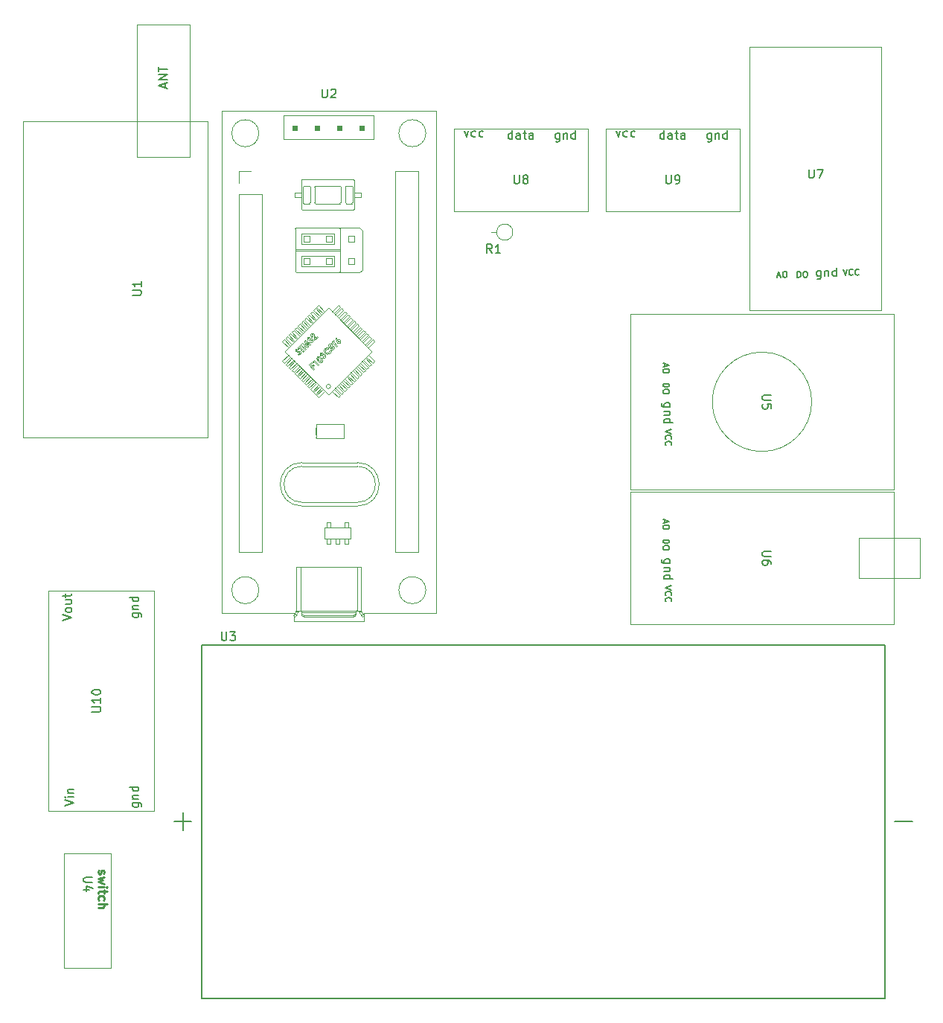
<source format=gbr>
%TF.GenerationSoftware,KiCad,Pcbnew,(6.0.8)*%
%TF.CreationDate,2022-10-31T22:25:17+07:00*%
%TF.ProjectId,stm32,73746d33-322e-46b6-9963-61645f706362,rev?*%
%TF.SameCoordinates,Original*%
%TF.FileFunction,Legend,Top*%
%TF.FilePolarity,Positive*%
%FSLAX46Y46*%
G04 Gerber Fmt 4.6, Leading zero omitted, Abs format (unit mm)*
G04 Created by KiCad (PCBNEW (6.0.8)) date 2022-10-31 22:25:17*
%MOMM*%
%LPD*%
G01*
G04 APERTURE LIST*
%ADD10C,0.150000*%
%ADD11C,0.250000*%
%ADD12C,0.120000*%
%ADD13C,0.127000*%
%ADD14C,0.100000*%
G04 APERTURE END LIST*
D10*
%TO.C,U10*%
X109188380Y-109950095D02*
X109997904Y-109950095D01*
X110093142Y-109902476D01*
X110140761Y-109854857D01*
X110188380Y-109759619D01*
X110188380Y-109569142D01*
X110140761Y-109473904D01*
X110093142Y-109426285D01*
X109997904Y-109378666D01*
X109188380Y-109378666D01*
X110188380Y-108378666D02*
X110188380Y-108950095D01*
X110188380Y-108664380D02*
X109188380Y-108664380D01*
X109331238Y-108759619D01*
X109426476Y-108854857D01*
X109474095Y-108950095D01*
X109188380Y-107759619D02*
X109188380Y-107664380D01*
X109236000Y-107569142D01*
X109283619Y-107521523D01*
X109378857Y-107473904D01*
X109569333Y-107426285D01*
X109807428Y-107426285D01*
X109997904Y-107473904D01*
X110093142Y-107521523D01*
X110140761Y-107569142D01*
X110188380Y-107664380D01*
X110188380Y-107759619D01*
X110140761Y-107854857D01*
X110093142Y-107902476D01*
X109997904Y-107950095D01*
X109807428Y-107997714D01*
X109569333Y-107997714D01*
X109378857Y-107950095D01*
X109283619Y-107902476D01*
X109236000Y-107854857D01*
X109188380Y-107759619D01*
X113831714Y-98734476D02*
X114641238Y-98734476D01*
X114736476Y-98782095D01*
X114784095Y-98829714D01*
X114831714Y-98924952D01*
X114831714Y-99067809D01*
X114784095Y-99163047D01*
X114450761Y-98734476D02*
X114498380Y-98829714D01*
X114498380Y-99020190D01*
X114450761Y-99115428D01*
X114403142Y-99163047D01*
X114307904Y-99210666D01*
X114022190Y-99210666D01*
X113926952Y-99163047D01*
X113879333Y-99115428D01*
X113831714Y-99020190D01*
X113831714Y-98829714D01*
X113879333Y-98734476D01*
X113831714Y-98258285D02*
X114498380Y-98258285D01*
X113926952Y-98258285D02*
X113879333Y-98210666D01*
X113831714Y-98115428D01*
X113831714Y-97972571D01*
X113879333Y-97877333D01*
X113974571Y-97829714D01*
X114498380Y-97829714D01*
X114498380Y-96924952D02*
X113498380Y-96924952D01*
X114450761Y-96924952D02*
X114498380Y-97020190D01*
X114498380Y-97210666D01*
X114450761Y-97305904D01*
X114403142Y-97353523D01*
X114307904Y-97401142D01*
X114022190Y-97401142D01*
X113926952Y-97353523D01*
X113879333Y-97305904D01*
X113831714Y-97210666D01*
X113831714Y-97020190D01*
X113879333Y-96924952D01*
X113831714Y-120324476D02*
X114641238Y-120324476D01*
X114736476Y-120372095D01*
X114784095Y-120419714D01*
X114831714Y-120514952D01*
X114831714Y-120657809D01*
X114784095Y-120753047D01*
X114450761Y-120324476D02*
X114498380Y-120419714D01*
X114498380Y-120610190D01*
X114450761Y-120705428D01*
X114403142Y-120753047D01*
X114307904Y-120800666D01*
X114022190Y-120800666D01*
X113926952Y-120753047D01*
X113879333Y-120705428D01*
X113831714Y-120610190D01*
X113831714Y-120419714D01*
X113879333Y-120324476D01*
X113831714Y-119848285D02*
X114498380Y-119848285D01*
X113926952Y-119848285D02*
X113879333Y-119800666D01*
X113831714Y-119705428D01*
X113831714Y-119562571D01*
X113879333Y-119467333D01*
X113974571Y-119419714D01*
X114498380Y-119419714D01*
X114498380Y-118514952D02*
X113498380Y-118514952D01*
X114450761Y-118514952D02*
X114498380Y-118610190D01*
X114498380Y-118800666D01*
X114450761Y-118895904D01*
X114403142Y-118943523D01*
X114307904Y-118991142D01*
X114022190Y-118991142D01*
X113926952Y-118943523D01*
X113879333Y-118895904D01*
X113831714Y-118800666D01*
X113831714Y-118610190D01*
X113879333Y-118514952D01*
X106132380Y-120657809D02*
X107132380Y-120324476D01*
X106132380Y-119991142D01*
X107132380Y-119657809D02*
X106465714Y-119657809D01*
X106132380Y-119657809D02*
X106180000Y-119705428D01*
X106227619Y-119657809D01*
X106180000Y-119610190D01*
X106132380Y-119657809D01*
X106227619Y-119657809D01*
X106465714Y-119181619D02*
X107132380Y-119181619D01*
X106560952Y-119181619D02*
X106513333Y-119134000D01*
X106465714Y-119038761D01*
X106465714Y-118895904D01*
X106513333Y-118800666D01*
X106608571Y-118753047D01*
X107132380Y-118753047D01*
X105878380Y-99567809D02*
X106878380Y-99234476D01*
X105878380Y-98901142D01*
X106878380Y-98424952D02*
X106830761Y-98520190D01*
X106783142Y-98567809D01*
X106687904Y-98615428D01*
X106402190Y-98615428D01*
X106306952Y-98567809D01*
X106259333Y-98520190D01*
X106211714Y-98424952D01*
X106211714Y-98282095D01*
X106259333Y-98186857D01*
X106306952Y-98139238D01*
X106402190Y-98091619D01*
X106687904Y-98091619D01*
X106783142Y-98139238D01*
X106830761Y-98186857D01*
X106878380Y-98282095D01*
X106878380Y-98424952D01*
X106211714Y-97234476D02*
X106878380Y-97234476D01*
X106211714Y-97663047D02*
X106735523Y-97663047D01*
X106830761Y-97615428D01*
X106878380Y-97520190D01*
X106878380Y-97377333D01*
X106830761Y-97282095D01*
X106783142Y-97234476D01*
X106211714Y-96901142D02*
X106211714Y-96520190D01*
X105878380Y-96758285D02*
X106735523Y-96758285D01*
X106830761Y-96710666D01*
X106878380Y-96615428D01*
X106878380Y-96520190D01*
%TO.C,U9*%
X174498095Y-48863380D02*
X174498095Y-49672904D01*
X174545714Y-49768142D01*
X174593333Y-49815761D01*
X174688571Y-49863380D01*
X174879047Y-49863380D01*
X174974285Y-49815761D01*
X175021904Y-49768142D01*
X175069523Y-49672904D01*
X175069523Y-48863380D01*
X175593333Y-49863380D02*
X175783809Y-49863380D01*
X175879047Y-49815761D01*
X175926666Y-49768142D01*
X176021904Y-49625285D01*
X176069523Y-49434809D01*
X176069523Y-49053857D01*
X176021904Y-48958619D01*
X175974285Y-48911000D01*
X175879047Y-48863380D01*
X175688571Y-48863380D01*
X175593333Y-48911000D01*
X175545714Y-48958619D01*
X175498095Y-49053857D01*
X175498095Y-49291952D01*
X175545714Y-49387190D01*
X175593333Y-49434809D01*
X175688571Y-49482428D01*
X175879047Y-49482428D01*
X175974285Y-49434809D01*
X176021904Y-49387190D01*
X176069523Y-49291952D01*
X174283809Y-44775380D02*
X174283809Y-43775380D01*
X174283809Y-44727761D02*
X174188571Y-44775380D01*
X173998095Y-44775380D01*
X173902857Y-44727761D01*
X173855238Y-44680142D01*
X173807619Y-44584904D01*
X173807619Y-44299190D01*
X173855238Y-44203952D01*
X173902857Y-44156333D01*
X173998095Y-44108714D01*
X174188571Y-44108714D01*
X174283809Y-44156333D01*
X175188571Y-44775380D02*
X175188571Y-44251571D01*
X175140952Y-44156333D01*
X175045714Y-44108714D01*
X174855238Y-44108714D01*
X174760000Y-44156333D01*
X175188571Y-44727761D02*
X175093333Y-44775380D01*
X174855238Y-44775380D01*
X174760000Y-44727761D01*
X174712380Y-44632523D01*
X174712380Y-44537285D01*
X174760000Y-44442047D01*
X174855238Y-44394428D01*
X175093333Y-44394428D01*
X175188571Y-44346809D01*
X175521904Y-44108714D02*
X175902857Y-44108714D01*
X175664761Y-43775380D02*
X175664761Y-44632523D01*
X175712380Y-44727761D01*
X175807619Y-44775380D01*
X175902857Y-44775380D01*
X176664761Y-44775380D02*
X176664761Y-44251571D01*
X176617142Y-44156333D01*
X176521904Y-44108714D01*
X176331428Y-44108714D01*
X176236190Y-44156333D01*
X176664761Y-44727761D02*
X176569523Y-44775380D01*
X176331428Y-44775380D01*
X176236190Y-44727761D01*
X176188571Y-44632523D01*
X176188571Y-44537285D01*
X176236190Y-44442047D01*
X176331428Y-44394428D01*
X176569523Y-44394428D01*
X176664761Y-44346809D01*
X179649523Y-44108714D02*
X179649523Y-44918238D01*
X179601904Y-45013476D01*
X179554285Y-45061095D01*
X179459047Y-45108714D01*
X179316190Y-45108714D01*
X179220952Y-45061095D01*
X179649523Y-44727761D02*
X179554285Y-44775380D01*
X179363809Y-44775380D01*
X179268571Y-44727761D01*
X179220952Y-44680142D01*
X179173333Y-44584904D01*
X179173333Y-44299190D01*
X179220952Y-44203952D01*
X179268571Y-44156333D01*
X179363809Y-44108714D01*
X179554285Y-44108714D01*
X179649523Y-44156333D01*
X180125714Y-44108714D02*
X180125714Y-44775380D01*
X180125714Y-44203952D02*
X180173333Y-44156333D01*
X180268571Y-44108714D01*
X180411428Y-44108714D01*
X180506666Y-44156333D01*
X180554285Y-44251571D01*
X180554285Y-44775380D01*
X181459047Y-44775380D02*
X181459047Y-43775380D01*
X181459047Y-44727761D02*
X181363809Y-44775380D01*
X181173333Y-44775380D01*
X181078095Y-44727761D01*
X181030476Y-44680142D01*
X180982857Y-44584904D01*
X180982857Y-44299190D01*
X181030476Y-44203952D01*
X181078095Y-44156333D01*
X181173333Y-44108714D01*
X181363809Y-44108714D01*
X181459047Y-44156333D01*
X168830761Y-43854714D02*
X169068857Y-44521380D01*
X169306952Y-43854714D01*
X170116476Y-44473761D02*
X170021238Y-44521380D01*
X169830761Y-44521380D01*
X169735523Y-44473761D01*
X169687904Y-44426142D01*
X169640285Y-44330904D01*
X169640285Y-44045190D01*
X169687904Y-43949952D01*
X169735523Y-43902333D01*
X169830761Y-43854714D01*
X170021238Y-43854714D01*
X170116476Y-43902333D01*
X170973619Y-44473761D02*
X170878380Y-44521380D01*
X170687904Y-44521380D01*
X170592666Y-44473761D01*
X170545047Y-44426142D01*
X170497428Y-44330904D01*
X170497428Y-44045190D01*
X170545047Y-43949952D01*
X170592666Y-43902333D01*
X170687904Y-43854714D01*
X170878380Y-43854714D01*
X170973619Y-43902333D01*
%TO.C,U8*%
X157226095Y-48863380D02*
X157226095Y-49672904D01*
X157273714Y-49768142D01*
X157321333Y-49815761D01*
X157416571Y-49863380D01*
X157607047Y-49863380D01*
X157702285Y-49815761D01*
X157749904Y-49768142D01*
X157797523Y-49672904D01*
X157797523Y-48863380D01*
X158416571Y-49291952D02*
X158321333Y-49244333D01*
X158273714Y-49196714D01*
X158226095Y-49101476D01*
X158226095Y-49053857D01*
X158273714Y-48958619D01*
X158321333Y-48911000D01*
X158416571Y-48863380D01*
X158607047Y-48863380D01*
X158702285Y-48911000D01*
X158749904Y-48958619D01*
X158797523Y-49053857D01*
X158797523Y-49101476D01*
X158749904Y-49196714D01*
X158702285Y-49244333D01*
X158607047Y-49291952D01*
X158416571Y-49291952D01*
X158321333Y-49339571D01*
X158273714Y-49387190D01*
X158226095Y-49482428D01*
X158226095Y-49672904D01*
X158273714Y-49768142D01*
X158321333Y-49815761D01*
X158416571Y-49863380D01*
X158607047Y-49863380D01*
X158702285Y-49815761D01*
X158749904Y-49768142D01*
X158797523Y-49672904D01*
X158797523Y-49482428D01*
X158749904Y-49387190D01*
X158702285Y-49339571D01*
X158607047Y-49291952D01*
X157011809Y-44775380D02*
X157011809Y-43775380D01*
X157011809Y-44727761D02*
X156916571Y-44775380D01*
X156726095Y-44775380D01*
X156630857Y-44727761D01*
X156583238Y-44680142D01*
X156535619Y-44584904D01*
X156535619Y-44299190D01*
X156583238Y-44203952D01*
X156630857Y-44156333D01*
X156726095Y-44108714D01*
X156916571Y-44108714D01*
X157011809Y-44156333D01*
X157916571Y-44775380D02*
X157916571Y-44251571D01*
X157868952Y-44156333D01*
X157773714Y-44108714D01*
X157583238Y-44108714D01*
X157488000Y-44156333D01*
X157916571Y-44727761D02*
X157821333Y-44775380D01*
X157583238Y-44775380D01*
X157488000Y-44727761D01*
X157440380Y-44632523D01*
X157440380Y-44537285D01*
X157488000Y-44442047D01*
X157583238Y-44394428D01*
X157821333Y-44394428D01*
X157916571Y-44346809D01*
X158249904Y-44108714D02*
X158630857Y-44108714D01*
X158392761Y-43775380D02*
X158392761Y-44632523D01*
X158440380Y-44727761D01*
X158535619Y-44775380D01*
X158630857Y-44775380D01*
X159392761Y-44775380D02*
X159392761Y-44251571D01*
X159345142Y-44156333D01*
X159249904Y-44108714D01*
X159059428Y-44108714D01*
X158964190Y-44156333D01*
X159392761Y-44727761D02*
X159297523Y-44775380D01*
X159059428Y-44775380D01*
X158964190Y-44727761D01*
X158916571Y-44632523D01*
X158916571Y-44537285D01*
X158964190Y-44442047D01*
X159059428Y-44394428D01*
X159297523Y-44394428D01*
X159392761Y-44346809D01*
X162377523Y-44108714D02*
X162377523Y-44918238D01*
X162329904Y-45013476D01*
X162282285Y-45061095D01*
X162187047Y-45108714D01*
X162044190Y-45108714D01*
X161948952Y-45061095D01*
X162377523Y-44727761D02*
X162282285Y-44775380D01*
X162091809Y-44775380D01*
X161996571Y-44727761D01*
X161948952Y-44680142D01*
X161901333Y-44584904D01*
X161901333Y-44299190D01*
X161948952Y-44203952D01*
X161996571Y-44156333D01*
X162091809Y-44108714D01*
X162282285Y-44108714D01*
X162377523Y-44156333D01*
X162853714Y-44108714D02*
X162853714Y-44775380D01*
X162853714Y-44203952D02*
X162901333Y-44156333D01*
X162996571Y-44108714D01*
X163139428Y-44108714D01*
X163234666Y-44156333D01*
X163282285Y-44251571D01*
X163282285Y-44775380D01*
X164187047Y-44775380D02*
X164187047Y-43775380D01*
X164187047Y-44727761D02*
X164091809Y-44775380D01*
X163901333Y-44775380D01*
X163806095Y-44727761D01*
X163758476Y-44680142D01*
X163710857Y-44584904D01*
X163710857Y-44299190D01*
X163758476Y-44203952D01*
X163806095Y-44156333D01*
X163901333Y-44108714D01*
X164091809Y-44108714D01*
X164187047Y-44156333D01*
X151558761Y-43854714D02*
X151796857Y-44521380D01*
X152034952Y-43854714D01*
X152844476Y-44473761D02*
X152749238Y-44521380D01*
X152558761Y-44521380D01*
X152463523Y-44473761D01*
X152415904Y-44426142D01*
X152368285Y-44330904D01*
X152368285Y-44045190D01*
X152415904Y-43949952D01*
X152463523Y-43902333D01*
X152558761Y-43854714D01*
X152749238Y-43854714D01*
X152844476Y-43902333D01*
X153701619Y-44473761D02*
X153606380Y-44521380D01*
X153415904Y-44521380D01*
X153320666Y-44473761D01*
X153273047Y-44426142D01*
X153225428Y-44330904D01*
X153225428Y-44045190D01*
X153273047Y-43949952D01*
X153320666Y-43902333D01*
X153415904Y-43854714D01*
X153606380Y-43854714D01*
X153701619Y-43902333D01*
%TO.C,U7*%
X190754095Y-48228380D02*
X190754095Y-49037904D01*
X190801714Y-49133142D01*
X190849333Y-49180761D01*
X190944571Y-49228380D01*
X191135047Y-49228380D01*
X191230285Y-49180761D01*
X191277904Y-49133142D01*
X191325523Y-49037904D01*
X191325523Y-48228380D01*
X191706476Y-48228380D02*
X192373142Y-48228380D01*
X191944571Y-49228380D01*
X194646666Y-59560666D02*
X194880000Y-60260666D01*
X195113333Y-59560666D01*
X195746666Y-60194000D02*
X195713333Y-60227333D01*
X195613333Y-60260666D01*
X195546666Y-60260666D01*
X195446666Y-60227333D01*
X195380000Y-60160666D01*
X195346666Y-60094000D01*
X195313333Y-59960666D01*
X195313333Y-59860666D01*
X195346666Y-59727333D01*
X195380000Y-59660666D01*
X195446666Y-59594000D01*
X195546666Y-59560666D01*
X195613333Y-59560666D01*
X195713333Y-59594000D01*
X195746666Y-59627333D01*
X196446666Y-60194000D02*
X196413333Y-60227333D01*
X196313333Y-60260666D01*
X196246666Y-60260666D01*
X196146666Y-60227333D01*
X196080000Y-60160666D01*
X196046666Y-60094000D01*
X196013333Y-59960666D01*
X196013333Y-59860666D01*
X196046666Y-59727333D01*
X196080000Y-59660666D01*
X196146666Y-59594000D01*
X196246666Y-59560666D01*
X196313333Y-59560666D01*
X196413333Y-59594000D01*
X196446666Y-59627333D01*
X187172666Y-60314666D02*
X187506000Y-60314666D01*
X187106000Y-60514666D02*
X187339333Y-59814666D01*
X187572666Y-60514666D01*
X187939333Y-59814666D02*
X188072666Y-59814666D01*
X188139333Y-59848000D01*
X188206000Y-59914666D01*
X188239333Y-60048000D01*
X188239333Y-60281333D01*
X188206000Y-60414666D01*
X188139333Y-60481333D01*
X188072666Y-60514666D01*
X187939333Y-60514666D01*
X187872666Y-60481333D01*
X187806000Y-60414666D01*
X187772666Y-60281333D01*
X187772666Y-60048000D01*
X187806000Y-59914666D01*
X187872666Y-59848000D01*
X187939333Y-59814666D01*
X189442000Y-60514666D02*
X189442000Y-59814666D01*
X189608666Y-59814666D01*
X189708666Y-59848000D01*
X189775333Y-59914666D01*
X189808666Y-59981333D01*
X189842000Y-60114666D01*
X189842000Y-60214666D01*
X189808666Y-60348000D01*
X189775333Y-60414666D01*
X189708666Y-60481333D01*
X189608666Y-60514666D01*
X189442000Y-60514666D01*
X190275333Y-59814666D02*
X190408666Y-59814666D01*
X190475333Y-59848000D01*
X190542000Y-59914666D01*
X190575333Y-60048000D01*
X190575333Y-60281333D01*
X190542000Y-60414666D01*
X190475333Y-60481333D01*
X190408666Y-60514666D01*
X190275333Y-60514666D01*
X190208666Y-60481333D01*
X190142000Y-60414666D01*
X190108666Y-60281333D01*
X190108666Y-60048000D01*
X190142000Y-59914666D01*
X190208666Y-59848000D01*
X190275333Y-59814666D01*
X192095523Y-59729714D02*
X192095523Y-60539238D01*
X192047904Y-60634476D01*
X192000285Y-60682095D01*
X191905047Y-60729714D01*
X191762190Y-60729714D01*
X191666952Y-60682095D01*
X192095523Y-60348761D02*
X192000285Y-60396380D01*
X191809809Y-60396380D01*
X191714571Y-60348761D01*
X191666952Y-60301142D01*
X191619333Y-60205904D01*
X191619333Y-59920190D01*
X191666952Y-59824952D01*
X191714571Y-59777333D01*
X191809809Y-59729714D01*
X192000285Y-59729714D01*
X192095523Y-59777333D01*
X192571714Y-59729714D02*
X192571714Y-60396380D01*
X192571714Y-59824952D02*
X192619333Y-59777333D01*
X192714571Y-59729714D01*
X192857428Y-59729714D01*
X192952666Y-59777333D01*
X193000285Y-59872571D01*
X193000285Y-60396380D01*
X193905047Y-60396380D02*
X193905047Y-59396380D01*
X193905047Y-60348761D02*
X193809809Y-60396380D01*
X193619333Y-60396380D01*
X193524095Y-60348761D01*
X193476476Y-60301142D01*
X193428857Y-60205904D01*
X193428857Y-59920190D01*
X193476476Y-59824952D01*
X193524095Y-59777333D01*
X193619333Y-59729714D01*
X193809809Y-59729714D01*
X193905047Y-59777333D01*
%TO.C,U6*%
X186467619Y-91694095D02*
X185658095Y-91694095D01*
X185562857Y-91741714D01*
X185515238Y-91789333D01*
X185467619Y-91884571D01*
X185467619Y-92075047D01*
X185515238Y-92170285D01*
X185562857Y-92217904D01*
X185658095Y-92265523D01*
X186467619Y-92265523D01*
X186467619Y-93170285D02*
X186467619Y-92979809D01*
X186420000Y-92884571D01*
X186372380Y-92836952D01*
X186229523Y-92741714D01*
X186039047Y-92694095D01*
X185658095Y-92694095D01*
X185562857Y-92741714D01*
X185515238Y-92789333D01*
X185467619Y-92884571D01*
X185467619Y-93075047D01*
X185515238Y-93170285D01*
X185562857Y-93217904D01*
X185658095Y-93265523D01*
X185896190Y-93265523D01*
X185991428Y-93217904D01*
X186039047Y-93170285D01*
X186086666Y-93075047D01*
X186086666Y-92884571D01*
X186039047Y-92789333D01*
X185991428Y-92741714D01*
X185896190Y-92694095D01*
X174966285Y-93035523D02*
X174156761Y-93035523D01*
X174061523Y-92987904D01*
X174013904Y-92940285D01*
X173966285Y-92845047D01*
X173966285Y-92702190D01*
X174013904Y-92606952D01*
X174347238Y-93035523D02*
X174299619Y-92940285D01*
X174299619Y-92749809D01*
X174347238Y-92654571D01*
X174394857Y-92606952D01*
X174490095Y-92559333D01*
X174775809Y-92559333D01*
X174871047Y-92606952D01*
X174918666Y-92654571D01*
X174966285Y-92749809D01*
X174966285Y-92940285D01*
X174918666Y-93035523D01*
X174966285Y-93511714D02*
X174299619Y-93511714D01*
X174871047Y-93511714D02*
X174918666Y-93559333D01*
X174966285Y-93654571D01*
X174966285Y-93797428D01*
X174918666Y-93892666D01*
X174823428Y-93940285D01*
X174299619Y-93940285D01*
X174299619Y-94845047D02*
X175299619Y-94845047D01*
X174347238Y-94845047D02*
X174299619Y-94749809D01*
X174299619Y-94559333D01*
X174347238Y-94464095D01*
X174394857Y-94416476D01*
X174490095Y-94368857D01*
X174775809Y-94368857D01*
X174871047Y-94416476D01*
X174918666Y-94464095D01*
X174966285Y-94559333D01*
X174966285Y-94749809D01*
X174918666Y-94845047D01*
X174181333Y-90382000D02*
X174881333Y-90382000D01*
X174881333Y-90548666D01*
X174848000Y-90648666D01*
X174781333Y-90715333D01*
X174714666Y-90748666D01*
X174581333Y-90782000D01*
X174481333Y-90782000D01*
X174348000Y-90748666D01*
X174281333Y-90715333D01*
X174214666Y-90648666D01*
X174181333Y-90548666D01*
X174181333Y-90382000D01*
X174881333Y-91215333D02*
X174881333Y-91348666D01*
X174848000Y-91415333D01*
X174781333Y-91482000D01*
X174648000Y-91515333D01*
X174414666Y-91515333D01*
X174281333Y-91482000D01*
X174214666Y-91415333D01*
X174181333Y-91348666D01*
X174181333Y-91215333D01*
X174214666Y-91148666D01*
X174281333Y-91082000D01*
X174414666Y-91048666D01*
X174648000Y-91048666D01*
X174781333Y-91082000D01*
X174848000Y-91148666D01*
X174881333Y-91215333D01*
X174381333Y-88112666D02*
X174381333Y-88446000D01*
X174181333Y-88046000D02*
X174881333Y-88279333D01*
X174181333Y-88512666D01*
X174881333Y-88879333D02*
X174881333Y-89012666D01*
X174848000Y-89079333D01*
X174781333Y-89146000D01*
X174648000Y-89179333D01*
X174414666Y-89179333D01*
X174281333Y-89146000D01*
X174214666Y-89079333D01*
X174181333Y-89012666D01*
X174181333Y-88879333D01*
X174214666Y-88812666D01*
X174281333Y-88746000D01*
X174414666Y-88712666D01*
X174648000Y-88712666D01*
X174781333Y-88746000D01*
X174848000Y-88812666D01*
X174881333Y-88879333D01*
X175135333Y-95586666D02*
X174435333Y-95820000D01*
X175135333Y-96053333D01*
X174502000Y-96686666D02*
X174468666Y-96653333D01*
X174435333Y-96553333D01*
X174435333Y-96486666D01*
X174468666Y-96386666D01*
X174535333Y-96320000D01*
X174602000Y-96286666D01*
X174735333Y-96253333D01*
X174835333Y-96253333D01*
X174968666Y-96286666D01*
X175035333Y-96320000D01*
X175102000Y-96386666D01*
X175135333Y-96486666D01*
X175135333Y-96553333D01*
X175102000Y-96653333D01*
X175068666Y-96686666D01*
X174502000Y-97386666D02*
X174468666Y-97353333D01*
X174435333Y-97253333D01*
X174435333Y-97186666D01*
X174468666Y-97086666D01*
X174535333Y-97020000D01*
X174602000Y-96986666D01*
X174735333Y-96953333D01*
X174835333Y-96953333D01*
X174968666Y-96986666D01*
X175035333Y-97020000D01*
X175102000Y-97086666D01*
X175135333Y-97186666D01*
X175135333Y-97253333D01*
X175102000Y-97353333D01*
X175068666Y-97386666D01*
%TO.C,U5*%
X186467619Y-73914095D02*
X185658095Y-73914095D01*
X185562857Y-73961714D01*
X185515238Y-74009333D01*
X185467619Y-74104571D01*
X185467619Y-74295047D01*
X185515238Y-74390285D01*
X185562857Y-74437904D01*
X185658095Y-74485523D01*
X186467619Y-74485523D01*
X186467619Y-75437904D02*
X186467619Y-74961714D01*
X185991428Y-74914095D01*
X186039047Y-74961714D01*
X186086666Y-75056952D01*
X186086666Y-75295047D01*
X186039047Y-75390285D01*
X185991428Y-75437904D01*
X185896190Y-75485523D01*
X185658095Y-75485523D01*
X185562857Y-75437904D01*
X185515238Y-75390285D01*
X185467619Y-75295047D01*
X185467619Y-75056952D01*
X185515238Y-74961714D01*
X185562857Y-74914095D01*
X174966285Y-75255523D02*
X174156761Y-75255523D01*
X174061523Y-75207904D01*
X174013904Y-75160285D01*
X173966285Y-75065047D01*
X173966285Y-74922190D01*
X174013904Y-74826952D01*
X174347238Y-75255523D02*
X174299619Y-75160285D01*
X174299619Y-74969809D01*
X174347238Y-74874571D01*
X174394857Y-74826952D01*
X174490095Y-74779333D01*
X174775809Y-74779333D01*
X174871047Y-74826952D01*
X174918666Y-74874571D01*
X174966285Y-74969809D01*
X174966285Y-75160285D01*
X174918666Y-75255523D01*
X174966285Y-75731714D02*
X174299619Y-75731714D01*
X174871047Y-75731714D02*
X174918666Y-75779333D01*
X174966285Y-75874571D01*
X174966285Y-76017428D01*
X174918666Y-76112666D01*
X174823428Y-76160285D01*
X174299619Y-76160285D01*
X174299619Y-77065047D02*
X175299619Y-77065047D01*
X174347238Y-77065047D02*
X174299619Y-76969809D01*
X174299619Y-76779333D01*
X174347238Y-76684095D01*
X174394857Y-76636476D01*
X174490095Y-76588857D01*
X174775809Y-76588857D01*
X174871047Y-76636476D01*
X174918666Y-76684095D01*
X174966285Y-76779333D01*
X174966285Y-76969809D01*
X174918666Y-77065047D01*
X174181333Y-72602000D02*
X174881333Y-72602000D01*
X174881333Y-72768666D01*
X174848000Y-72868666D01*
X174781333Y-72935333D01*
X174714666Y-72968666D01*
X174581333Y-73002000D01*
X174481333Y-73002000D01*
X174348000Y-72968666D01*
X174281333Y-72935333D01*
X174214666Y-72868666D01*
X174181333Y-72768666D01*
X174181333Y-72602000D01*
X174881333Y-73435333D02*
X174881333Y-73568666D01*
X174848000Y-73635333D01*
X174781333Y-73702000D01*
X174648000Y-73735333D01*
X174414666Y-73735333D01*
X174281333Y-73702000D01*
X174214666Y-73635333D01*
X174181333Y-73568666D01*
X174181333Y-73435333D01*
X174214666Y-73368666D01*
X174281333Y-73302000D01*
X174414666Y-73268666D01*
X174648000Y-73268666D01*
X174781333Y-73302000D01*
X174848000Y-73368666D01*
X174881333Y-73435333D01*
X174381333Y-70332666D02*
X174381333Y-70666000D01*
X174181333Y-70266000D02*
X174881333Y-70499333D01*
X174181333Y-70732666D01*
X174881333Y-71099333D02*
X174881333Y-71232666D01*
X174848000Y-71299333D01*
X174781333Y-71366000D01*
X174648000Y-71399333D01*
X174414666Y-71399333D01*
X174281333Y-71366000D01*
X174214666Y-71299333D01*
X174181333Y-71232666D01*
X174181333Y-71099333D01*
X174214666Y-71032666D01*
X174281333Y-70966000D01*
X174414666Y-70932666D01*
X174648000Y-70932666D01*
X174781333Y-70966000D01*
X174848000Y-71032666D01*
X174881333Y-71099333D01*
X175135333Y-77806666D02*
X174435333Y-78040000D01*
X175135333Y-78273333D01*
X174502000Y-78906666D02*
X174468666Y-78873333D01*
X174435333Y-78773333D01*
X174435333Y-78706666D01*
X174468666Y-78606666D01*
X174535333Y-78540000D01*
X174602000Y-78506666D01*
X174735333Y-78473333D01*
X174835333Y-78473333D01*
X174968666Y-78506666D01*
X175035333Y-78540000D01*
X175102000Y-78606666D01*
X175135333Y-78706666D01*
X175135333Y-78773333D01*
X175102000Y-78873333D01*
X175068666Y-78906666D01*
X174502000Y-79606666D02*
X174468666Y-79573333D01*
X174435333Y-79473333D01*
X174435333Y-79406666D01*
X174468666Y-79306666D01*
X174535333Y-79240000D01*
X174602000Y-79206666D01*
X174735333Y-79173333D01*
X174835333Y-79173333D01*
X174968666Y-79206666D01*
X175035333Y-79240000D01*
X175102000Y-79306666D01*
X175135333Y-79406666D01*
X175135333Y-79473333D01*
X175102000Y-79573333D01*
X175068666Y-79606666D01*
%TO.C,U4*%
X109259619Y-128778095D02*
X108450095Y-128778095D01*
X108354857Y-128825714D01*
X108307238Y-128873333D01*
X108259619Y-128968571D01*
X108259619Y-129159047D01*
X108307238Y-129254285D01*
X108354857Y-129301904D01*
X108450095Y-129349523D01*
X109259619Y-129349523D01*
X108926285Y-130254285D02*
X108259619Y-130254285D01*
X109307238Y-130016190D02*
X108592952Y-129778095D01*
X108592952Y-130397142D01*
D11*
X109958238Y-127991142D02*
X109910619Y-128086380D01*
X109910619Y-128276857D01*
X109958238Y-128372095D01*
X110053476Y-128419714D01*
X110101095Y-128419714D01*
X110196333Y-128372095D01*
X110243952Y-128276857D01*
X110243952Y-128134000D01*
X110291571Y-128038761D01*
X110386809Y-127991142D01*
X110434428Y-127991142D01*
X110529666Y-128038761D01*
X110577285Y-128134000D01*
X110577285Y-128276857D01*
X110529666Y-128372095D01*
X110577285Y-128753047D02*
X109910619Y-128943523D01*
X110386809Y-129134000D01*
X109910619Y-129324476D01*
X110577285Y-129514952D01*
X109910619Y-129895904D02*
X110577285Y-129895904D01*
X110910619Y-129895904D02*
X110863000Y-129848285D01*
X110815380Y-129895904D01*
X110863000Y-129943523D01*
X110910619Y-129895904D01*
X110815380Y-129895904D01*
X110577285Y-130229238D02*
X110577285Y-130610190D01*
X110910619Y-130372095D02*
X110053476Y-130372095D01*
X109958238Y-130419714D01*
X109910619Y-130514952D01*
X109910619Y-130610190D01*
X109958238Y-131372095D02*
X109910619Y-131276857D01*
X109910619Y-131086380D01*
X109958238Y-130991142D01*
X110005857Y-130943523D01*
X110101095Y-130895904D01*
X110386809Y-130895904D01*
X110482047Y-130943523D01*
X110529666Y-130991142D01*
X110577285Y-131086380D01*
X110577285Y-131276857D01*
X110529666Y-131372095D01*
X109910619Y-131800666D02*
X110910619Y-131800666D01*
X109910619Y-132229238D02*
X110434428Y-132229238D01*
X110529666Y-132181619D01*
X110577285Y-132086380D01*
X110577285Y-131943523D01*
X110529666Y-131848285D01*
X110482047Y-131800666D01*
D10*
%TO.C,U3*%
X123941095Y-100835380D02*
X123941095Y-101644904D01*
X123988714Y-101740142D01*
X124036333Y-101787761D01*
X124131571Y-101835380D01*
X124322047Y-101835380D01*
X124417285Y-101787761D01*
X124464904Y-101740142D01*
X124512523Y-101644904D01*
X124512523Y-100835380D01*
X124893476Y-100835380D02*
X125512523Y-100835380D01*
X125179190Y-101216333D01*
X125322047Y-101216333D01*
X125417285Y-101263952D01*
X125464904Y-101311571D01*
X125512523Y-101406809D01*
X125512523Y-101644904D01*
X125464904Y-101740142D01*
X125417285Y-101787761D01*
X125322047Y-101835380D01*
X125036333Y-101835380D01*
X124941095Y-101787761D01*
X124893476Y-101740142D01*
%TO.C,U2*%
X135382095Y-39084380D02*
X135382095Y-39893904D01*
X135429714Y-39989142D01*
X135477333Y-40036761D01*
X135572571Y-40084380D01*
X135763047Y-40084380D01*
X135858285Y-40036761D01*
X135905904Y-39989142D01*
X135953523Y-39893904D01*
X135953523Y-39084380D01*
X136382095Y-39179619D02*
X136429714Y-39132000D01*
X136524952Y-39084380D01*
X136763047Y-39084380D01*
X136858285Y-39132000D01*
X136905904Y-39179619D01*
X136953523Y-39274857D01*
X136953523Y-39370095D01*
X136905904Y-39512952D01*
X136334476Y-40084380D01*
X136953523Y-40084380D01*
%TO.C,U1*%
X113807380Y-62538904D02*
X114616904Y-62538904D01*
X114712142Y-62491285D01*
X114759761Y-62443666D01*
X114807380Y-62348428D01*
X114807380Y-62157952D01*
X114759761Y-62062714D01*
X114712142Y-62015095D01*
X114616904Y-61967476D01*
X113807380Y-61967476D01*
X114807380Y-60967476D02*
X114807380Y-61538904D01*
X114807380Y-61253190D02*
X113807380Y-61253190D01*
X113950238Y-61348428D01*
X114045476Y-61443666D01*
X114093095Y-61538904D01*
X117521666Y-38919857D02*
X117521666Y-38443666D01*
X117807380Y-39015095D02*
X116807380Y-38681761D01*
X117807380Y-38348428D01*
X117807380Y-38015095D02*
X116807380Y-38015095D01*
X117807380Y-37443666D01*
X116807380Y-37443666D01*
X116807380Y-37110333D02*
X116807380Y-36538904D01*
X117807380Y-36824619D02*
X116807380Y-36824619D01*
%TO.C,R1*%
X154723333Y-57744380D02*
X154390000Y-57268190D01*
X154151904Y-57744380D02*
X154151904Y-56744380D01*
X154532857Y-56744380D01*
X154628095Y-56792000D01*
X154675714Y-56839619D01*
X154723333Y-56934857D01*
X154723333Y-57077714D01*
X154675714Y-57172952D01*
X154628095Y-57220571D01*
X154532857Y-57268190D01*
X154151904Y-57268190D01*
X155675714Y-57744380D02*
X155104285Y-57744380D01*
X155390000Y-57744380D02*
X155390000Y-56744380D01*
X155294761Y-56887238D01*
X155199523Y-56982476D01*
X155104285Y-57030095D01*
D12*
%TO.C,U10*%
X104236000Y-121212000D02*
X116236000Y-121212000D01*
X116236000Y-121212000D02*
X116236000Y-96212000D01*
X116236000Y-96212000D02*
X104236000Y-96212000D01*
X104236000Y-96212000D02*
X104236000Y-121212000D01*
%TO.C,U9*%
X167640000Y-43561000D02*
X182880000Y-43561000D01*
X182880000Y-43561000D02*
X182880000Y-52959000D01*
X182880000Y-52959000D02*
X167640000Y-52959000D01*
X167640000Y-52959000D02*
X167640000Y-43561000D01*
%TO.C,U8*%
X150368000Y-43561000D02*
X165608000Y-43561000D01*
X165608000Y-43561000D02*
X165608000Y-52959000D01*
X165608000Y-52959000D02*
X150368000Y-52959000D01*
X150368000Y-52959000D02*
X150368000Y-43561000D01*
%TO.C,U7*%
X184016000Y-34276000D02*
X199016000Y-34276000D01*
X199016000Y-34276000D02*
X199016000Y-64276000D01*
X199016000Y-64276000D02*
X184016000Y-64276000D01*
X184016000Y-64276000D02*
X184016000Y-34276000D01*
%TO.C,U6*%
X203420000Y-90170000D02*
X196420000Y-90170000D01*
X196420000Y-90170000D02*
X196420000Y-94742000D01*
X196420000Y-94742000D02*
X203420000Y-94742000D01*
X203420000Y-94742000D02*
X203420000Y-90170000D01*
X200420000Y-84956000D02*
X170420000Y-84956000D01*
X170420000Y-84956000D02*
X170420000Y-99956000D01*
X170420000Y-99956000D02*
X200420000Y-99956000D01*
X200420000Y-99956000D02*
X200420000Y-84956000D01*
%TO.C,U5*%
X191076854Y-74676000D02*
G75*
G03*
X191076854Y-74676000I-5656854J0D01*
G01*
X200420000Y-64676000D02*
X170420000Y-64676000D01*
X170420000Y-64676000D02*
X170420000Y-84676000D01*
X170420000Y-84676000D02*
X200420000Y-84676000D01*
X200420000Y-84676000D02*
X200420000Y-64676000D01*
%TO.C,U4*%
X111379000Y-126088000D02*
X106045000Y-126088000D01*
X106045000Y-126088000D02*
X106045000Y-139088000D01*
X106045000Y-139088000D02*
X111379000Y-139088000D01*
X111379000Y-139088000D02*
X111379000Y-126088000D01*
D13*
%TO.C,U3*%
X121678000Y-102323000D02*
X199378000Y-102323000D01*
X199378000Y-102323000D02*
X199378000Y-142533000D01*
X199378000Y-142533000D02*
X121678000Y-142533000D01*
X121678000Y-142533000D02*
X121678000Y-102323000D01*
X119528000Y-121428000D02*
X119528000Y-123428000D01*
X118528000Y-122428000D02*
X120528000Y-122428000D01*
X200528000Y-122428000D02*
X202528000Y-122428000D01*
D12*
%TO.C,U2*%
X134681214Y-78809822D02*
G75*
G03*
X134706214Y-78834822I25000J0D01*
G01*
X134145950Y-66935567D02*
G75*
G03*
X134162310Y-67299957I179234J-174515D01*
G01*
X134464127Y-66935461D02*
G75*
G03*
X134145950Y-66935568I-159036J-156068D01*
G01*
X134580880Y-67284871D02*
G75*
G03*
X134464127Y-66935461I-513447J22646D01*
G01*
X134375632Y-67037341D02*
G75*
G03*
X134235719Y-67036173I-70498J-64283D01*
G01*
X135484417Y-69125197D02*
G75*
G03*
X135197261Y-69134228I-139155J-145153D01*
G01*
X135524575Y-69307286D02*
G75*
G03*
X135484417Y-69125197I-162396J59658D01*
G01*
X135758400Y-69344787D02*
G75*
G03*
X135524575Y-69307286I-141067J-131854D01*
G01*
X135746182Y-69700358D02*
G75*
G03*
X135758400Y-69344787I-164636J183652D01*
G01*
X135392948Y-69700040D02*
G75*
G03*
X135746183Y-69700358I176770J169332D01*
G01*
X135488136Y-69604853D02*
G75*
G03*
X135656200Y-69599965I81534J88347D01*
G01*
X135656201Y-69599965D02*
G75*
G03*
X135662257Y-69439019I-73758J83362D01*
G01*
X135395285Y-69226440D02*
G75*
G03*
X135291812Y-69230052I-50057J-49923D01*
G01*
X135291812Y-69230052D02*
G75*
G03*
X135277363Y-69339687I66284J-64505D01*
G01*
X134022610Y-67337033D02*
G75*
G03*
X133735455Y-67346063I-139155J-145152D01*
G01*
X134062767Y-67519121D02*
G75*
G03*
X134022610Y-67337033I-162395J59658D01*
G01*
X134296593Y-67556623D02*
G75*
G03*
X134062768Y-67519122I-141067J-131854D01*
G01*
X134284375Y-67912194D02*
G75*
G03*
X134296593Y-67556623I-164636J183652D01*
G01*
X133931141Y-67911876D02*
G75*
G03*
X134284376Y-67912194I176770J169332D01*
G01*
X134026328Y-67816688D02*
G75*
G03*
X134194393Y-67811801I81535J88347D01*
G01*
X134194394Y-67811802D02*
G75*
G03*
X134200449Y-67650854I-73759J83363D01*
G01*
X133933478Y-67438276D02*
G75*
G03*
X133830005Y-67441888I-50057J-49923D01*
G01*
X133830004Y-67441888D02*
G75*
G03*
X133815556Y-67551524I66285J-64505D01*
G01*
X137124064Y-67990809D02*
G75*
G03*
X137453926Y-67992616I165833J163778D01*
G01*
X137453926Y-67992615D02*
G75*
G03*
X137451164Y-67665196I-161813J162356D01*
G01*
X137451164Y-67665196D02*
G75*
G03*
X137123214Y-67657016I-167956J-155515D01*
G01*
X137207034Y-67749972D02*
G75*
G03*
X137214577Y-67890947I72284J-66822D01*
G01*
X137350559Y-67754965D02*
G75*
G03*
X137207033Y-67749973I-74128J-65501D01*
G01*
X137356933Y-67899234D02*
G75*
G03*
X137350559Y-67754965I-73655J69021D01*
G01*
X137214577Y-67890947D02*
G75*
G03*
X137356932Y-67899234I75298J66641D01*
G01*
X135240712Y-70015455D02*
G75*
G03*
X135262384Y-69920904I-65327J64733D01*
G01*
X135717393Y-68614096D02*
G75*
G03*
X135718456Y-69168860I268401J-276869D01*
G01*
X135718455Y-69168860D02*
G75*
G03*
X136273432Y-69173111I279457J254874D01*
G01*
X136177820Y-69078347D02*
G75*
G03*
X136259090Y-68842822I-207298J203314D01*
G01*
X135813430Y-69073460D02*
G75*
G03*
X136177819Y-69078347I184475J167590D01*
G01*
X135808862Y-68713002D02*
G75*
G03*
X135813431Y-69073460I176643J-178019D01*
G01*
X136481336Y-68150376D02*
G75*
G03*
X136178989Y-68152501I-150167J-144281D01*
G01*
X136178988Y-68152500D02*
G75*
G03*
X136173889Y-68454848I138328J-153550D01*
G01*
X136393479Y-68728831D02*
G75*
G03*
X136737047Y-68709495I163513J156634D01*
G01*
X136737046Y-68709496D02*
G75*
G03*
X136753832Y-68368478I-145193J178069D01*
G01*
X136753831Y-68368478D02*
G75*
G03*
X136544121Y-68304100I-163525J-158926D01*
G01*
X136271839Y-68250025D02*
G75*
G03*
X136275876Y-68366459I56648J-56323D01*
G01*
X136390717Y-68250131D02*
G75*
G03*
X136271838Y-68250024I-59488J-54051D01*
G01*
X136396028Y-68370603D02*
G75*
G03*
X136390717Y-68250131I-58881J57757D01*
G01*
X136275876Y-68366460D02*
G75*
G03*
X136396029Y-68370602I62059J55437D01*
G01*
X136492491Y-68464516D02*
G75*
G03*
X136480061Y-68625038I73029J-86397D01*
G01*
X136652163Y-68457185D02*
G75*
G03*
X136492490Y-68464517I-76291J-80882D01*
G01*
X136640902Y-68615264D02*
G75*
G03*
X136652163Y-68457186I-65668J84118D01*
G01*
X136480061Y-68625038D02*
G75*
G03*
X136640903Y-68615265I75741J81905D01*
G01*
X133922481Y-52118386D02*
G75*
G03*
X134022481Y-52018386I0J100000D01*
G01*
X134022481Y-50218386D02*
G75*
G03*
X133922481Y-50118386I-100000J0D01*
G01*
X137422481Y-52118386D02*
G75*
G03*
X137522481Y-52018386I0J100000D01*
G01*
X137522481Y-50218386D02*
G75*
G03*
X137422481Y-50118386I-100000J0D01*
G01*
X134622481Y-50118386D02*
G75*
G03*
X134522481Y-50218386I0J-100000D01*
G01*
X134522481Y-52018386D02*
G75*
G03*
X134622481Y-52118386I100000J0D01*
G01*
X138122481Y-50118386D02*
G75*
G03*
X138022481Y-50218386I0J-100000D01*
G01*
X138872481Y-50218386D02*
G75*
G03*
X138772481Y-50118386I-100000J0D01*
G01*
X138022481Y-52018386D02*
G75*
G03*
X138122481Y-52118386I100000J0D01*
G01*
X138772481Y-52118386D02*
G75*
G03*
X138872481Y-52018386I0J100000D01*
G01*
X138922481Y-52868386D02*
G75*
G03*
X139022481Y-52768386I0J100000D01*
G01*
X139022481Y-49468387D02*
G75*
G03*
X138922481Y-49368387I-100000J0D01*
G01*
X133122481Y-49368387D02*
G75*
G03*
X133022481Y-49468387I0J-100000D01*
G01*
X133022481Y-52768386D02*
G75*
G03*
X133122481Y-52868386I100000J0D01*
G01*
X139594011Y-98466215D02*
G75*
G03*
X139718857Y-98796759I500000J0D01*
G01*
X139840427Y-98470500D02*
G75*
G03*
X139902833Y-98632847I249983J2925D01*
G01*
X132385166Y-98632847D02*
G75*
G03*
X132447572Y-98470500I-187577J165272D01*
G01*
X132569142Y-98796759D02*
G75*
G03*
X132693988Y-98466215I-375154J330544D01*
G01*
X139340410Y-98462064D02*
G75*
G03*
X139244000Y-98562000I3590J-99936D01*
G01*
X133044000Y-98562000D02*
G75*
G03*
X132947590Y-98462064I-100000J0D01*
G01*
X138993999Y-99112000D02*
G75*
G03*
X139244000Y-98907212I20562J229890D01*
G01*
X138993999Y-98968605D02*
G75*
G03*
X139243999Y-98763818I20562J229889D01*
G01*
X133044000Y-98907211D02*
G75*
G03*
X133293999Y-99111999I229438J25101D01*
G01*
X133044000Y-98763817D02*
G75*
G03*
X133293999Y-98968605I229438J25101D01*
G01*
X133096577Y-81591340D02*
G75*
G03*
X133096577Y-86541340I0J-2475000D01*
G01*
X139396577Y-86541340D02*
G75*
G03*
X139396577Y-81591340I0J2475000D01*
G01*
X133096577Y-82016340D02*
G75*
G03*
X133096577Y-86116340I0J-2050000D01*
G01*
X139396577Y-86116340D02*
G75*
G03*
X139396577Y-82016340I0J2050000D01*
G01*
X137414000Y-54972000D02*
G75*
G03*
X137314000Y-54872000I-100000J0D01*
G01*
X132434000Y-54872000D02*
G75*
G03*
X132334000Y-54972000I0J-100000D01*
G01*
X132334000Y-59852000D02*
G75*
G03*
X132434000Y-59952000I100000J0D01*
G01*
X137314000Y-59951999D02*
G75*
G03*
X137413999Y-59852000I0J99999D01*
G01*
X132601385Y-68649047D02*
G75*
G03*
X132370534Y-68710983I-55600J-253953D01*
G01*
X132370534Y-68710983D02*
G75*
G03*
X132365860Y-68984646I131871J-139124D01*
G01*
X132365860Y-68984647D02*
G75*
G03*
X132685630Y-69037128I211136J286037D01*
G01*
X132847428Y-69058269D02*
G75*
G03*
X132685630Y-69037127I-106182J-182923D01*
G01*
X132837123Y-69169073D02*
G75*
G03*
X132847428Y-69058268I-50852J60611D01*
G01*
X132648766Y-69321946D02*
G75*
G03*
X132928804Y-69267766I100928J229137D01*
G01*
X132928804Y-69267766D02*
G75*
G03*
X132937091Y-68957556I-140092J158958D01*
G01*
X132464659Y-68807233D02*
G75*
G03*
X132456479Y-68884892I34945J-42941D01*
G01*
X132595329Y-68785348D02*
G75*
G03*
X132464659Y-68807233I-45886J-127067D01*
G01*
X140106400Y-98712400D02*
X148336000Y-98712400D01*
X140106400Y-99677600D02*
X140106400Y-98712400D01*
X132181600Y-99677600D02*
X140106400Y-99677600D01*
X132181600Y-98687000D02*
X132181600Y-99677600D01*
X123952000Y-98687000D02*
X132181600Y-98687000D01*
X143704000Y-91762000D02*
X146364000Y-91762000D01*
X125924000Y-48462000D02*
X125924000Y-49792000D01*
X125924000Y-48462000D02*
X127254000Y-48462000D01*
X125924000Y-51062000D02*
X125924000Y-91762000D01*
X128584000Y-91762000D02*
X125924000Y-91762000D01*
X128584000Y-51062000D02*
X128584000Y-91762000D01*
X125924000Y-51062000D02*
X128584000Y-51062000D01*
X148336000Y-41537000D02*
X148336000Y-98687000D01*
X123952000Y-98687000D02*
X123952000Y-41537000D01*
X131004000Y-42112000D02*
X131004000Y-44772000D01*
X131004000Y-44772000D02*
X141284000Y-44772000D01*
X141284000Y-44772000D02*
X141284000Y-42112000D01*
X141284000Y-42112000D02*
X131004000Y-42112000D01*
G36*
X132556000Y-43752060D02*
G01*
X132048000Y-43752060D01*
X132048000Y-43244060D01*
X132556000Y-43244060D01*
X132556000Y-43752060D01*
G37*
D14*
X132556000Y-43752060D02*
X132048000Y-43752060D01*
X132048000Y-43244060D01*
X132556000Y-43244060D01*
X132556000Y-43752060D01*
G36*
X135096000Y-43752060D02*
G01*
X134588000Y-43752060D01*
X134588000Y-43244060D01*
X135096000Y-43244060D01*
X135096000Y-43752060D01*
G37*
X135096000Y-43752060D02*
X134588000Y-43752060D01*
X134588000Y-43244060D01*
X135096000Y-43244060D01*
X135096000Y-43752060D01*
G36*
X137636000Y-43752060D02*
G01*
X137128000Y-43752060D01*
X137128000Y-43244060D01*
X137636000Y-43244060D01*
X137636000Y-43752060D01*
G37*
X137636000Y-43752060D02*
X137128000Y-43752060D01*
X137128000Y-43244060D01*
X137636000Y-43244060D01*
X137636000Y-43752060D01*
G36*
X140176000Y-43752060D02*
G01*
X139668000Y-43752060D01*
X139668000Y-43244060D01*
X140176000Y-43244060D01*
X140176000Y-43752060D01*
G37*
X140176000Y-43752060D02*
X139668000Y-43752060D01*
X139668000Y-43244060D01*
X140176000Y-43244060D01*
X140176000Y-43752060D01*
D12*
X123952000Y-41537000D02*
X148336000Y-41537000D01*
X147181500Y-44112000D02*
G75*
G03*
X147181500Y-44112000I-1537500J0D01*
G01*
X128181500Y-44112000D02*
G75*
G03*
X128181500Y-44112000I-1537500J0D01*
G01*
X147181500Y-96112000D02*
G75*
G03*
X147181500Y-96112000I-1537500J0D01*
G01*
X128181500Y-96112000D02*
G75*
G03*
X128181500Y-96112000I-1537500J0D01*
G01*
X143704000Y-48462000D02*
X146364000Y-48462000D01*
X146364000Y-48462000D02*
X146364000Y-91762000D01*
X143704000Y-48462000D02*
X143704000Y-91762000D01*
X132456479Y-68884891D02*
X132474349Y-68896894D01*
X132474349Y-68896894D02*
X132490687Y-68901464D01*
X132490687Y-68901464D02*
X132569362Y-68901491D01*
X132569362Y-68901491D02*
X132631131Y-68897852D01*
X132631131Y-68897852D02*
X132703604Y-68892857D01*
X132703604Y-68892857D02*
X132760633Y-68890734D01*
X132760633Y-68890734D02*
X132867006Y-68909731D01*
X132867006Y-68909731D02*
X132937091Y-68957557D01*
X132682231Y-69187983D02*
X132772792Y-69198516D01*
X132772792Y-69198516D02*
X132807539Y-69189370D01*
X132807539Y-69189370D02*
X132837123Y-69169073D01*
X132447572Y-98470500D02*
X132452513Y-98462331D01*
X132452513Y-98462331D02*
X132454103Y-98462000D01*
X139840427Y-98470500D02*
X139835486Y-98462331D01*
X139835486Y-98462331D02*
X139833896Y-98462000D01*
X136393479Y-68728831D02*
X136331216Y-68619803D01*
X136331216Y-68619803D02*
X136327719Y-68520502D01*
X136327719Y-68520502D02*
X136235103Y-68498144D01*
X136235103Y-68498144D02*
X136173889Y-68454848D01*
X136481336Y-68150376D02*
X136531043Y-68230555D01*
X136531043Y-68230555D02*
X136544121Y-68304099D01*
X136046193Y-68629925D02*
X135903610Y-68651006D01*
X135903610Y-68651006D02*
X135808862Y-68713002D01*
X136397834Y-68846221D02*
X136364119Y-69044010D01*
X136364119Y-69044010D02*
X136273432Y-69173110D01*
X135717393Y-68614096D02*
X135890784Y-68510340D01*
X135890784Y-68510340D02*
X136049274Y-68493412D01*
X134977672Y-69923879D02*
X135097369Y-70021140D01*
X135097369Y-70021140D02*
X135170728Y-70042982D01*
X135170728Y-70042982D02*
X135208645Y-70036631D01*
X135208645Y-70036631D02*
X135240712Y-70015455D01*
X135262384Y-69920905D02*
X135204424Y-69817450D01*
X135204424Y-69817450D02*
X135141594Y-69747846D01*
X135141594Y-69747846D02*
X135019996Y-69647335D01*
X135019996Y-69647335D02*
X134945696Y-69622581D01*
X134945696Y-69622581D02*
X134906663Y-69627252D01*
X134906663Y-69627252D02*
X134873560Y-69648303D01*
X134873560Y-69648303D02*
X134851188Y-69682325D01*
X134851188Y-69682325D02*
X134844654Y-69722498D01*
X134844654Y-69722498D02*
X134872455Y-69798762D01*
X134872455Y-69798762D02*
X134977672Y-69923879D01*
X134776036Y-69555453D02*
X134828340Y-69514345D01*
X134828340Y-69514345D02*
X134889955Y-69489500D01*
X134889955Y-69489500D02*
X134956217Y-69485017D01*
X134956217Y-69485017D02*
X135021177Y-69499376D01*
X135021177Y-69499376D02*
X135137067Y-69564238D01*
X135137067Y-69564238D02*
X135236781Y-69652659D01*
X135236781Y-69652659D02*
X135324827Y-69751857D01*
X135324827Y-69751857D02*
X135389840Y-69866962D01*
X135389840Y-69866962D02*
X135405491Y-69931311D01*
X135405491Y-69931311D02*
X135402734Y-69997337D01*
X135402734Y-69997337D02*
X135377642Y-70058469D01*
X135377642Y-70058469D02*
X135336324Y-70110217D01*
X135336324Y-70110217D02*
X135285025Y-70151330D01*
X135285025Y-70151330D02*
X135224634Y-70177014D01*
X135224634Y-70177014D02*
X135159201Y-70182039D01*
X135159201Y-70182039D02*
X135094878Y-70168534D01*
X135094878Y-70168534D02*
X134979922Y-70105374D01*
X134979922Y-70105374D02*
X134881422Y-70018004D01*
X134881422Y-70018004D02*
X134769408Y-69885880D01*
X134769408Y-69885880D02*
X134713144Y-69762613D01*
X134713144Y-69762613D02*
X134721383Y-69637783D01*
X134721383Y-69637783D02*
X134776036Y-69555453D01*
X134873560Y-69648303D02*
X134851188Y-69682325D01*
X134851188Y-69682325D02*
X134844654Y-69722498D01*
X134844654Y-69722498D02*
X134872455Y-69798762D01*
X134872455Y-69798762D02*
X134977672Y-69923879D01*
X134977672Y-69923879D02*
X135097369Y-70021140D01*
X135097369Y-70021140D02*
X135170728Y-70042982D01*
X135170728Y-70042982D02*
X135208645Y-70036631D01*
X135208645Y-70036631D02*
X135240712Y-70015455D01*
X135262384Y-69920905D02*
X135204424Y-69817450D01*
X135204424Y-69817450D02*
X135141594Y-69747846D01*
X137124064Y-67990809D02*
X137066266Y-67902255D01*
X137066266Y-67902255D02*
X137037056Y-67823912D01*
X133897145Y-67605916D02*
X133948829Y-67527059D01*
X133948829Y-67527059D02*
X133953744Y-67480279D01*
X133953744Y-67480279D02*
X133947006Y-67457614D01*
X133947006Y-67457614D02*
X133933478Y-67438276D01*
X134200449Y-67650854D02*
X134175939Y-67632904D01*
X134175939Y-67632904D02*
X134147058Y-67623524D01*
X134147058Y-67623524D02*
X134086759Y-67628378D01*
X134086759Y-67628378D02*
X133985534Y-67694305D01*
X133667569Y-67512535D02*
X133688066Y-67411867D01*
X133688066Y-67411867D02*
X133735454Y-67346063D01*
X133720369Y-67646711D02*
X133679878Y-67575605D01*
X133679878Y-67575605D02*
X133667569Y-67512535D01*
X135358953Y-69394080D02*
X135410637Y-69315224D01*
X135410637Y-69315224D02*
X135415551Y-69268443D01*
X135415551Y-69268443D02*
X135408813Y-69245779D01*
X135408813Y-69245779D02*
X135395285Y-69226440D01*
X135662256Y-69439018D02*
X135637747Y-69421068D01*
X135637747Y-69421068D02*
X135608865Y-69411688D01*
X135608865Y-69411688D02*
X135548567Y-69416543D01*
X135548567Y-69416543D02*
X135447341Y-69482469D01*
X135129377Y-69300699D02*
X135149873Y-69200032D01*
X135149873Y-69200032D02*
X135197261Y-69134227D01*
X135182176Y-69434875D02*
X135141686Y-69363769D01*
X135141686Y-69363769D02*
X135129377Y-69300699D01*
X136353105Y-72923349D02*
G75*
G03*
X136353105Y-72923349I-250000J0D01*
G01*
X132682231Y-69187983D02*
X132772792Y-69198516D01*
X132772792Y-69198516D02*
X132807539Y-69189370D01*
X132807539Y-69189370D02*
X132837123Y-69169073D01*
X132760633Y-68890734D02*
X132867006Y-68909731D01*
X132867006Y-68909731D02*
X132937091Y-68957557D01*
X132631131Y-68897852D02*
X132703604Y-68892857D01*
X132703604Y-68892857D02*
X132760633Y-68890734D01*
X132490687Y-68901464D02*
X132569362Y-68901491D01*
X132569362Y-68901491D02*
X132631131Y-68897852D01*
X132456479Y-68884891D02*
X132474349Y-68896894D01*
X132474349Y-68896894D02*
X132490687Y-68901464D01*
X133897145Y-67605916D02*
X133948829Y-67527059D01*
X133948829Y-67527059D02*
X133953744Y-67480279D01*
X133953744Y-67480279D02*
X133947006Y-67457614D01*
X133947006Y-67457614D02*
X133933478Y-67438276D01*
X134200449Y-67650854D02*
X134175939Y-67632904D01*
X134175939Y-67632904D02*
X134147058Y-67623524D01*
X134147058Y-67623524D02*
X134086759Y-67628378D01*
X134086759Y-67628378D02*
X133985534Y-67694305D01*
X133667569Y-67512535D02*
X133688066Y-67411867D01*
X133688066Y-67411867D02*
X133735454Y-67346063D01*
X133720369Y-67646711D02*
X133679878Y-67575605D01*
X133679878Y-67575605D02*
X133667569Y-67512535D01*
X134443942Y-67294751D02*
X134428658Y-67143251D01*
X134428658Y-67143251D02*
X134375632Y-67037341D01*
X134235719Y-67036173D02*
X134210905Y-67082099D01*
X134210905Y-67082099D02*
X134214158Y-67134530D01*
X134214158Y-67134530D02*
X134257498Y-67204769D01*
X134881422Y-70018004D02*
X134769408Y-69885880D01*
X134769408Y-69885880D02*
X134713144Y-69762613D01*
X135336324Y-70110217D02*
X135285025Y-70151330D01*
X135285025Y-70151330D02*
X135224634Y-70177014D01*
X135224634Y-70177014D02*
X135159201Y-70182039D01*
X135159201Y-70182039D02*
X135094878Y-70168534D01*
X135094878Y-70168534D02*
X134979922Y-70105374D01*
X134979922Y-70105374D02*
X134881422Y-70018004D01*
X135236781Y-69652659D02*
X135324827Y-69751857D01*
X135324827Y-69751857D02*
X135389840Y-69866962D01*
X135389840Y-69866962D02*
X135405491Y-69931311D01*
X135405491Y-69931311D02*
X135402734Y-69997337D01*
X135402734Y-69997337D02*
X135377642Y-70058469D01*
X135377642Y-70058469D02*
X135336324Y-70110217D01*
X134776036Y-69555453D02*
X134828340Y-69514345D01*
X134828340Y-69514345D02*
X134889955Y-69489500D01*
X134889955Y-69489500D02*
X134956217Y-69485017D01*
X134956217Y-69485017D02*
X135021177Y-69499376D01*
X135021177Y-69499376D02*
X135137067Y-69564238D01*
X135137067Y-69564238D02*
X135236781Y-69652659D01*
X134713144Y-69762613D02*
X134721383Y-69637783D01*
X134721383Y-69637783D02*
X134776036Y-69555453D01*
X135358953Y-69394080D02*
X135410637Y-69315224D01*
X135410637Y-69315224D02*
X135415551Y-69268443D01*
X135415551Y-69268443D02*
X135408813Y-69245779D01*
X135408813Y-69245779D02*
X135395285Y-69226440D01*
X135662256Y-69439018D02*
X135637747Y-69421068D01*
X135637747Y-69421068D02*
X135608865Y-69411688D01*
X135608865Y-69411688D02*
X135548567Y-69416543D01*
X135548567Y-69416543D02*
X135447341Y-69482469D01*
X135129377Y-69300699D02*
X135149873Y-69200032D01*
X135149873Y-69200032D02*
X135197261Y-69134227D01*
X135182176Y-69434875D02*
X135141686Y-69363769D01*
X135141686Y-69363769D02*
X135129377Y-69300699D01*
X136397834Y-68846221D02*
X136364119Y-69044010D01*
X136364119Y-69044010D02*
X136273432Y-69173110D01*
X136046193Y-68629925D02*
X135903610Y-68651006D01*
X135903610Y-68651006D02*
X135808862Y-68713002D01*
X135717393Y-68614096D02*
X135890784Y-68510340D01*
X135890784Y-68510340D02*
X136049274Y-68493412D01*
X136327719Y-68520502D02*
X136235103Y-68498144D01*
X136235103Y-68498144D02*
X136173889Y-68454848D01*
X136393479Y-68728831D02*
X136331216Y-68619803D01*
X136331216Y-68619803D02*
X136327719Y-68520502D01*
X136481336Y-68150376D02*
X136531043Y-68230555D01*
X136531043Y-68230555D02*
X136544121Y-68304099D01*
X137124064Y-67990809D02*
X137066266Y-67902255D01*
X137066266Y-67902255D02*
X137037056Y-67823912D01*
X134235719Y-67036173D02*
X134210905Y-67082099D01*
X134210905Y-67082099D02*
X134214158Y-67134530D01*
X134214158Y-67134530D02*
X134257498Y-67204769D01*
X134443942Y-67294751D02*
X134428658Y-67143251D01*
X134428658Y-67143251D02*
X134375632Y-67037341D01*
X132601385Y-68649047D02*
X132595329Y-68785348D01*
X132648766Y-69321946D02*
X132682231Y-69187983D01*
X133004000Y-58081999D02*
X136744000Y-58081999D01*
X136744000Y-58081999D02*
X136744000Y-59282000D01*
X137414000Y-57512000D02*
X132334000Y-57512000D01*
X133004000Y-59282000D02*
X133004000Y-58081999D01*
X136744000Y-59282000D02*
X133004000Y-59282000D01*
X137314000Y-59952000D02*
X132434000Y-59952000D01*
X132584918Y-68523795D02*
X132870481Y-68238233D01*
X132870481Y-68238233D02*
X132965668Y-68333420D01*
X132965668Y-68333420D02*
X132870481Y-68428608D01*
X132870481Y-68428608D02*
X133305623Y-68863750D01*
X133305623Y-68863750D02*
X133210436Y-68958938D01*
X133210436Y-68958938D02*
X132775293Y-68523795D01*
X132775293Y-68523795D02*
X132680106Y-68618983D01*
X132680106Y-68618983D02*
X132584918Y-68523795D01*
X132446589Y-94576874D02*
X132446589Y-94617619D01*
X132446589Y-94676874D02*
X132446589Y-94730720D01*
X132682298Y-98573701D02*
X132794000Y-98462000D01*
X139494000Y-98462000D02*
X139605701Y-98573701D01*
X133004000Y-56742000D02*
X133004000Y-55542000D01*
X132334000Y-57312000D02*
X137414000Y-57312000D01*
X136744000Y-55542000D02*
X136744000Y-56742000D01*
X136744000Y-56742000D02*
X133004000Y-56742000D01*
X132434000Y-54872000D02*
X137314000Y-54872000D01*
X132334000Y-59852000D02*
X132334000Y-54972000D01*
X133004000Y-55542000D02*
X136744000Y-55542000D01*
X137414000Y-54972000D02*
X137414000Y-59652000D01*
X137021996Y-54871000D02*
X136832893Y-54871000D01*
X133096577Y-82016340D02*
X139396577Y-82016340D01*
X139396577Y-86116340D02*
X133096577Y-86116340D01*
X139396577Y-81591340D02*
X133096577Y-81591340D01*
X133096577Y-86541340D02*
X139396577Y-86541340D01*
X137353292Y-90267766D02*
X136913292Y-90267766D01*
X136353292Y-90272766D02*
X136913292Y-90272766D01*
X136353292Y-90267766D02*
X135913292Y-90267766D01*
X135683292Y-90272766D02*
X135913292Y-90272766D01*
X138353292Y-90272766D02*
X138583292Y-90272766D01*
X138353292Y-90267766D02*
X137913292Y-90267766D01*
X137353292Y-90272766D02*
X137913292Y-90272766D01*
X135683292Y-90272766D02*
X135683292Y-88972766D01*
X138353292Y-88977766D02*
X137913292Y-88977766D01*
X138353292Y-88972766D02*
X138583292Y-88972766D01*
X135683292Y-88972766D02*
X135913292Y-88972766D01*
X136353292Y-88977766D02*
X135913292Y-88977766D01*
X136353292Y-88972766D02*
X137913292Y-88972766D01*
X138583292Y-90272766D02*
X138583292Y-88972766D01*
X135913292Y-88422766D02*
X135913292Y-88977766D01*
X137913292Y-88422766D02*
X137913292Y-88977766D01*
X136353292Y-88422766D02*
X136353292Y-88977766D01*
X138353292Y-88422766D02*
X138353292Y-88977766D01*
X136913292Y-90822766D02*
X136913292Y-90267766D01*
X137913292Y-90822766D02*
X137913292Y-90267766D01*
X137353292Y-90822766D02*
X137353292Y-90267766D01*
X138353292Y-90822766D02*
X138353292Y-90267766D01*
X135913292Y-90822766D02*
X135913292Y-90267766D01*
X136353292Y-90822766D02*
X136353292Y-90267766D01*
X138353292Y-88422766D02*
X137913292Y-88422766D01*
X137353292Y-90822766D02*
X136913292Y-90822766D01*
X136353292Y-90822766D02*
X135913292Y-90822766D01*
X138353292Y-90822766D02*
X137913292Y-90822766D01*
X133044000Y-98907211D02*
X133044000Y-98562000D01*
X133294000Y-98968605D02*
X133294000Y-99112000D01*
X139244000Y-98626569D02*
X133044000Y-98626569D01*
X139244000Y-98907211D02*
X139244000Y-98562000D01*
X133294000Y-98968605D02*
X138994000Y-98968605D01*
X138994000Y-98968605D02*
X138994000Y-99112000D01*
X133294000Y-99112000D02*
X138994000Y-99112000D01*
X133005535Y-98483175D02*
X139282464Y-98483175D01*
X132944000Y-98462000D02*
X132947589Y-98462064D01*
X139344000Y-98462000D02*
X139340410Y-98462064D01*
X132447589Y-93462000D02*
X139840410Y-93462000D01*
X132454103Y-98462000D02*
X132944000Y-98462000D01*
X132947589Y-98462064D02*
X132947589Y-93452000D01*
X132447589Y-98467575D02*
X132447572Y-98470500D01*
X132447589Y-98467575D02*
X132447589Y-93462000D01*
X139833896Y-98462000D02*
X139344000Y-98462000D01*
X139840410Y-98467575D02*
X139840410Y-93462000D01*
X139840410Y-98467575D02*
X139840427Y-98470500D01*
X139340410Y-98462064D02*
X139340410Y-93452000D01*
X132693988Y-98462000D02*
X132693988Y-98466215D01*
X132684728Y-98562000D02*
X132429072Y-98562000D01*
X139603271Y-98562000D02*
X139858927Y-98562000D01*
X139594011Y-98462000D02*
X139594011Y-98466215D01*
X132569142Y-98796759D02*
X132291387Y-99112000D01*
X132271784Y-98761531D02*
X132456659Y-98924422D01*
X132291387Y-99112000D02*
X132106512Y-98949108D01*
X132106512Y-98949108D02*
X132385166Y-98632847D01*
X139718857Y-98796759D02*
X139996612Y-99112000D01*
X140016215Y-98761531D02*
X139831340Y-98924422D01*
X140181487Y-98949108D02*
X139902833Y-98632847D01*
X139996612Y-99112000D02*
X140181487Y-98949108D01*
X133022481Y-49468387D02*
X133022481Y-52768386D01*
X138922481Y-49368387D02*
X133122481Y-49368387D01*
X139022481Y-52768386D02*
X139022481Y-49468387D01*
X133122481Y-52868386D02*
X138922481Y-52868386D01*
X138122481Y-50118386D02*
X138772481Y-50118386D01*
X138772481Y-52118386D02*
X138122481Y-52118386D01*
X138022481Y-52018386D02*
X138022481Y-50218386D01*
X138872481Y-50218386D02*
X138872481Y-52018386D01*
X134522481Y-52018386D02*
X134522481Y-50218386D01*
X134622481Y-50118386D02*
X137422481Y-50118386D01*
X137422481Y-52118386D02*
X134622481Y-52118386D01*
X137522481Y-50218386D02*
X137522481Y-52018386D01*
X134022481Y-50218386D02*
X134022481Y-52018386D01*
X133272481Y-50118386D02*
X133922481Y-50118386D01*
X133922481Y-52118386D02*
X133272481Y-52118386D01*
X133172481Y-52018386D02*
X133172481Y-50218386D01*
X133022481Y-51368386D02*
X132272481Y-51368386D01*
X133022481Y-50868386D02*
X132272481Y-50868386D01*
X139022481Y-51368386D02*
X139772481Y-51368386D01*
X139022481Y-50868386D02*
X139772481Y-50868386D01*
X132272481Y-51368386D02*
X132272481Y-50868386D01*
X139772481Y-51368386D02*
X139772481Y-50868386D01*
X133708819Y-52869386D02*
X133735742Y-52869386D01*
X133658819Y-52869386D02*
X133679191Y-52869386D01*
X136049274Y-68493412D02*
X136046193Y-68629925D01*
X136259090Y-68842822D02*
X136397834Y-68846221D01*
X136907024Y-67424465D02*
X137033976Y-67382927D01*
X137033976Y-67382927D02*
X137123214Y-67657016D01*
X137037056Y-67823912D02*
X136907024Y-67424465D01*
X133985534Y-67694305D02*
X133897145Y-67605916D01*
X133931141Y-67911876D02*
X134026328Y-67816688D01*
X133815556Y-67551523D02*
X133720369Y-67646711D01*
X133883547Y-70475138D02*
X134141913Y-70216772D01*
X134141913Y-70216772D02*
X134237101Y-70311959D01*
X134237101Y-70311959D02*
X134073922Y-70475138D01*
X134073922Y-70475138D02*
X134175909Y-70577125D01*
X134175909Y-70577125D02*
X134339087Y-70413946D01*
X134339087Y-70413946D02*
X134434275Y-70509133D01*
X134434275Y-70509133D02*
X134271096Y-70672312D01*
X134271096Y-70672312D02*
X134509065Y-70910281D01*
X134509065Y-70910281D02*
X134413877Y-71005468D01*
X134413877Y-71005468D02*
X133883547Y-70475138D01*
X132333000Y-57870527D02*
X132333000Y-58059630D01*
X133922198Y-59000198D02*
X133285801Y-59000198D01*
X133922198Y-58363801D02*
X133922198Y-59000198D01*
X133285801Y-55823801D02*
X133922198Y-55823801D01*
X133922198Y-55823801D02*
X133922198Y-56460198D01*
X135825801Y-55823801D02*
X136462198Y-55823801D01*
X139002198Y-59000198D02*
X138365801Y-59000198D01*
X139002198Y-56460198D02*
X138365801Y-56460198D01*
X138365801Y-55823801D02*
X139002198Y-55823801D01*
X136462198Y-56460198D02*
X135825801Y-56460198D01*
X139002198Y-55823801D02*
X139002198Y-56460198D01*
X136462198Y-59000198D02*
X135825801Y-59000198D01*
X138365801Y-59000198D02*
X138365801Y-58363801D01*
X138365801Y-56460198D02*
X138365801Y-55823801D01*
X135825801Y-59000198D02*
X135825801Y-58363801D01*
X135825801Y-56460198D02*
X135825801Y-55823801D01*
X139002198Y-58363801D02*
X139002198Y-59000198D01*
X138365801Y-58363801D02*
X139002198Y-58363801D01*
X133922198Y-56460198D02*
X133285801Y-56460198D01*
X135825801Y-58363801D02*
X136462198Y-58363801D01*
X137714000Y-54872000D02*
X137312400Y-54872000D01*
X139654000Y-54872000D02*
X137714000Y-54872000D01*
X139954000Y-55172000D02*
X139654000Y-54872000D01*
X139954000Y-59652000D02*
X139954000Y-55172000D01*
X139654000Y-59952000D02*
X139954000Y-59652000D01*
X137714000Y-59952000D02*
X139654000Y-59952000D01*
X137314000Y-59951999D02*
X137714000Y-59952000D01*
X136462198Y-58363801D02*
X136462198Y-59000198D01*
X136462198Y-55823801D02*
X136462198Y-56460198D01*
X133285801Y-58363801D02*
X133922198Y-58363801D01*
X133285801Y-59000198D02*
X133285801Y-58363801D01*
X133285801Y-56460198D02*
X133285801Y-55823801D01*
X135447341Y-69482469D02*
X135358953Y-69394080D01*
X135392948Y-69700040D02*
X135488136Y-69604853D01*
X135277363Y-69339688D02*
X135182176Y-69434875D01*
X134325489Y-70209973D02*
X134293937Y-70064748D01*
X134434275Y-70101187D02*
X134325489Y-70209973D01*
X134876216Y-70543129D02*
X134434275Y-70101187D01*
X134971404Y-70447942D02*
X134876216Y-70543129D01*
X134441074Y-69917611D02*
X134971404Y-70447942D01*
X134293937Y-70064748D02*
X134441074Y-69917611D01*
X132446589Y-93701874D02*
X132446589Y-93928797D01*
X136053105Y-73823096D02*
X131203357Y-68973349D01*
X131203357Y-68873349D02*
X136053105Y-64023601D01*
X136153105Y-64023601D02*
X141002852Y-68873349D01*
X131203357Y-68973349D02*
X131203357Y-68873349D01*
X136053105Y-73823096D02*
X136153105Y-73823096D01*
X136153105Y-64023601D02*
X136053105Y-64023601D01*
X136153105Y-73823096D02*
X141002852Y-68973349D01*
X141002852Y-68873349D02*
X141002852Y-68973349D01*
X137588029Y-73802386D02*
X136880922Y-73095279D01*
X139709349Y-71681065D02*
X139002243Y-70973959D01*
X140770009Y-70620405D02*
X140062903Y-69913298D01*
X140628588Y-67084871D02*
X139921481Y-67791978D01*
X140416456Y-66872739D02*
X139709349Y-67579846D01*
X134406048Y-73590254D02*
X135113155Y-72883147D01*
X140416456Y-70973959D02*
X139709349Y-70266852D01*
X133345388Y-72529593D02*
X134052495Y-71822487D01*
X137800161Y-64256444D02*
X137093054Y-64963551D01*
X141123563Y-70266852D02*
X140416456Y-69559745D01*
X137234476Y-74155939D02*
X136527369Y-73448832D01*
X132284728Y-71468933D02*
X132991835Y-70761826D01*
X134052495Y-73236700D02*
X134759602Y-72529593D01*
X137446608Y-63902891D02*
X136739501Y-64609997D01*
X133911074Y-64751419D02*
X134618180Y-65458526D01*
X140982142Y-70408273D02*
X140275035Y-69701166D01*
X131931175Y-71115380D02*
X132638281Y-70408273D01*
X139921481Y-71468933D02*
X139214375Y-70761826D01*
X130870515Y-67791978D02*
X131577621Y-68499085D01*
X134759602Y-73943807D02*
X135466709Y-73236700D01*
X133698942Y-72883147D02*
X134406048Y-72176040D01*
X134264627Y-73448832D02*
X134971734Y-72741725D01*
X133698942Y-64963551D02*
X134406048Y-65670658D01*
X131436200Y-70620405D02*
X132143307Y-69913298D01*
X140062903Y-71327512D02*
X139355796Y-70620405D01*
X140275035Y-71115380D02*
X139567928Y-70408273D01*
X130870515Y-70054720D02*
X131577621Y-69347613D01*
X131789753Y-66872739D02*
X132496860Y-67579846D01*
X133557520Y-65104972D02*
X134264627Y-65812079D01*
X131224068Y-70408273D02*
X131931175Y-69701166D01*
X134618180Y-73802386D02*
X135325287Y-73095279D01*
X140062903Y-66519186D02*
X139355796Y-67226293D01*
X137588029Y-64044312D02*
X136880922Y-64751419D01*
X138507268Y-72883147D02*
X137800161Y-72176040D01*
X131577621Y-70761826D02*
X132284728Y-70054720D01*
X134971734Y-63690759D02*
X135678841Y-64397865D01*
X134759602Y-63902891D02*
X135466709Y-64609997D01*
X134618180Y-64044312D02*
X135325287Y-64751419D01*
X131082647Y-70266852D02*
X131789753Y-69559745D01*
X140982142Y-67438425D02*
X140275035Y-68145531D01*
X131577621Y-67084871D02*
X132284728Y-67791978D01*
X133203967Y-72388172D02*
X133911074Y-71681065D01*
X137800161Y-73590254D02*
X137093054Y-72883147D01*
X140275035Y-66731318D02*
X139567928Y-67438425D01*
X140628588Y-70761826D02*
X139921481Y-70054720D01*
X131082647Y-67579846D02*
X131789753Y-68286953D01*
X138295136Y-73095279D02*
X137588029Y-72388172D01*
X131436200Y-67226293D02*
X132143307Y-67933399D01*
X132991835Y-72176040D02*
X133698942Y-71468933D01*
X139921481Y-66377764D02*
X139214375Y-67084871D01*
X138153714Y-64609997D02*
X137446608Y-65317104D01*
X137941582Y-73448832D02*
X137234476Y-72741725D01*
X139567928Y-71822487D02*
X138860821Y-71115380D01*
X139355796Y-72034619D02*
X138648689Y-71327512D01*
X133203967Y-65458526D02*
X133911074Y-66165632D01*
X139002243Y-72388172D02*
X138295136Y-71681065D01*
X131789753Y-70973959D02*
X132496860Y-70266852D01*
X132638281Y-71822487D02*
X133345388Y-71115380D01*
X139214375Y-65670658D02*
X138507268Y-66377764D01*
X141335695Y-70054720D02*
X140628588Y-69347613D01*
X131224068Y-67438425D02*
X131931175Y-68145531D01*
X138648689Y-72741725D02*
X137941582Y-72034619D01*
X133557520Y-72741725D02*
X134264627Y-72034619D01*
X132850414Y-65812079D02*
X133557520Y-66519186D01*
X138507268Y-64963551D02*
X137800161Y-65670658D01*
X137446608Y-73943807D02*
X136739501Y-73236700D01*
X138153714Y-73236700D02*
X137446608Y-72529593D01*
X137941582Y-64397865D02*
X137234476Y-65104972D01*
X132850414Y-72034619D02*
X133557520Y-71327512D01*
X139709349Y-66165632D02*
X139002243Y-66872739D01*
X138860821Y-65317104D02*
X138153714Y-66024211D01*
X138648689Y-65104972D02*
X137941582Y-65812079D01*
X134052495Y-64609997D02*
X134759602Y-65317104D01*
X132143307Y-71327512D02*
X132850414Y-70620405D01*
X138860821Y-72529593D02*
X138153714Y-71822487D01*
X139567928Y-66024211D02*
X138860821Y-66731318D01*
X134971734Y-74155939D02*
X135678841Y-73448832D01*
X134264627Y-64397865D02*
X134971734Y-65104972D01*
X134406048Y-64256444D02*
X135113155Y-64963551D01*
X132496860Y-66165632D02*
X133203967Y-66872739D01*
X133345388Y-65317104D02*
X134052495Y-66024211D01*
X139355796Y-65812079D02*
X138648689Y-66519186D01*
X132143307Y-66519186D02*
X132850414Y-67226293D01*
X132638281Y-66024211D02*
X133345388Y-66731318D01*
X138295136Y-64751419D02*
X137588029Y-65458526D01*
X132991835Y-65670658D02*
X133698942Y-66377764D01*
X131931175Y-66731318D02*
X132638281Y-67438425D01*
X139214375Y-72176040D02*
X138507268Y-71468933D01*
X140770009Y-67226293D02*
X140062903Y-67933399D01*
X132496860Y-71681065D02*
X133203967Y-70973959D01*
X141335695Y-67791978D02*
X140628588Y-68499085D01*
X141123563Y-67579846D02*
X140416456Y-68286953D01*
X137234476Y-63690759D02*
X136527369Y-64397865D01*
X133911074Y-73095279D02*
X134618180Y-72388172D01*
X139002243Y-65458526D02*
X138295136Y-66165632D01*
X132284728Y-66377764D02*
X132991835Y-67084871D01*
X134971734Y-74155939D02*
X134759602Y-73943807D01*
X132496860Y-71681065D02*
X132284728Y-71468933D01*
X131789753Y-70973959D02*
X131577621Y-70761826D01*
X139921481Y-71468933D02*
X139709349Y-71681065D01*
X137800161Y-64256444D02*
X137588029Y-64044312D01*
X134618180Y-73802386D02*
X134406048Y-73590254D01*
X134264627Y-64397865D02*
X134052495Y-64609997D01*
X133557520Y-65104972D02*
X133345388Y-65317104D01*
X133203967Y-65458526D02*
X132991835Y-65670658D01*
X133911074Y-64751419D02*
X133698942Y-64963551D01*
X137446608Y-63902891D02*
X137234476Y-63690759D01*
X141335695Y-70054720D02*
X141123563Y-70266852D01*
X132143307Y-66519186D02*
X131931175Y-66731318D01*
X140628588Y-67084871D02*
X140416456Y-66872739D01*
X131436200Y-67226293D02*
X131224068Y-67438425D01*
X131436200Y-70620405D02*
X131224068Y-70408273D01*
X131082647Y-70266852D02*
X130870515Y-70054720D01*
X131789753Y-66872739D02*
X131577621Y-67084871D01*
X140628588Y-70761826D02*
X140416456Y-70973959D01*
X137800161Y-73590254D02*
X137588029Y-73802386D01*
X134618180Y-64044312D02*
X134406048Y-64256444D01*
X139921481Y-66377764D02*
X139709349Y-66165632D01*
X137446608Y-73943807D02*
X137234476Y-74155939D01*
X138153714Y-73236700D02*
X137941582Y-73448832D01*
X141335695Y-67791978D02*
X141123563Y-67579846D01*
X133557520Y-72741725D02*
X133345388Y-72529593D01*
X138153714Y-64609997D02*
X137941582Y-64397865D01*
X140982142Y-67438425D02*
X140770009Y-67226293D01*
X140275035Y-71115380D02*
X140062903Y-71327512D01*
X138860821Y-72529593D02*
X138648689Y-72741725D01*
X134264627Y-73448832D02*
X134052495Y-73236700D01*
X139214375Y-65670658D02*
X139002243Y-65458526D01*
X139567928Y-66024211D02*
X139355796Y-65812079D01*
X132496860Y-66165632D02*
X132284728Y-66377764D01*
X134971734Y-63690759D02*
X134759602Y-63902891D01*
X132143307Y-71327512D02*
X131931175Y-71115380D01*
X132850414Y-72034619D02*
X132638281Y-71822487D01*
X138860821Y-65317104D02*
X138648689Y-65104972D01*
X138507268Y-64963551D02*
X138295136Y-64751419D01*
X131082647Y-67579846D02*
X130870515Y-67791978D01*
X140982142Y-70408273D02*
X140770009Y-70620405D01*
X133203967Y-72388172D02*
X132991835Y-72176040D01*
X139214375Y-72176040D02*
X139002243Y-72388172D01*
X138507268Y-72883147D02*
X138295136Y-73095279D01*
X139567928Y-71822487D02*
X139355796Y-72034619D01*
X132850414Y-65812079D02*
X132638281Y-66024211D01*
X133911074Y-73095279D02*
X133698942Y-72883147D01*
X140275035Y-66731318D02*
X140062903Y-66519186D01*
X136412814Y-67945871D02*
X136698376Y-67660309D01*
X136698376Y-67660309D02*
X136793564Y-67755497D01*
X136793564Y-67755497D02*
X136698376Y-67850684D01*
X136698376Y-67850684D02*
X137133519Y-68285827D01*
X137133519Y-68285827D02*
X137038331Y-68381014D01*
X137038331Y-68381014D02*
X136603189Y-67945871D01*
X136603189Y-67945871D02*
X136508001Y-68041059D01*
X136508001Y-68041059D02*
X136412814Y-67945871D01*
X132987234Y-68121480D02*
X133086034Y-68022680D01*
X133086034Y-68022680D02*
X133576950Y-68271591D01*
X133576950Y-68271591D02*
X133328889Y-67779825D01*
X133328889Y-67779825D02*
X133426732Y-67681981D01*
X133426732Y-67681981D02*
X134046726Y-68122648D01*
X134046726Y-68122648D02*
X133950370Y-68219004D01*
X133950370Y-68219004D02*
X133558784Y-67940666D01*
X133558784Y-67940666D02*
X133783473Y-68385901D01*
X133783473Y-68385901D02*
X133690623Y-68478751D01*
X133690623Y-68478751D02*
X133246025Y-68253425D01*
X133246025Y-68253425D02*
X133524470Y-68644904D01*
X133524470Y-68644904D02*
X133428007Y-68741367D01*
X133428007Y-68741367D02*
X132987234Y-68121480D01*
X134706214Y-77234822D02*
X137856214Y-77234822D01*
X137856214Y-78834822D02*
X134706214Y-78834822D01*
X134681214Y-78809822D02*
X134681214Y-77259822D01*
X137881214Y-77259822D02*
X137881214Y-78809822D01*
X137882214Y-78403495D02*
X137882214Y-77666148D01*
X134680214Y-78403495D02*
X134680214Y-77666148D01*
X134454034Y-67618877D02*
X134443942Y-67294751D01*
X134502266Y-67667108D02*
X134454034Y-67618877D01*
X134855819Y-67313555D02*
X134502266Y-67667108D01*
X134767431Y-67225166D02*
X134855819Y-67313555D01*
X134588954Y-67403643D02*
X134767431Y-67225166D01*
X134580880Y-67284871D02*
X134588954Y-67403643D01*
X134257498Y-67204769D02*
X134162310Y-67299957D01*
X133172481Y-50218386D02*
X133272481Y-50118386D01*
X133172481Y-52018386D02*
X133272481Y-52118386D01*
X137413999Y-59852000D02*
X137414000Y-59652000D01*
X135913292Y-88422766D02*
X136353292Y-88422766D01*
%TO.C,U1*%
X101355000Y-42777000D02*
X101355000Y-78777000D01*
X122355000Y-42777000D02*
X101355000Y-42777000D01*
X122355000Y-78777000D02*
X122355000Y-42777000D01*
X101355000Y-78777000D02*
X122355000Y-78777000D01*
X114355000Y-46777000D02*
X114355000Y-31777000D01*
X114355000Y-31777000D02*
X120355000Y-31777000D01*
X120355000Y-31777000D02*
X120355000Y-46777000D01*
X120355000Y-46777000D02*
X114355000Y-46777000D01*
%TO.C,R1*%
X155240000Y-55372000D02*
X154620000Y-55372000D01*
X157080000Y-55372000D02*
G75*
G03*
X157080000Y-55372000I-920000J0D01*
G01*
%TD*%
M02*

</source>
